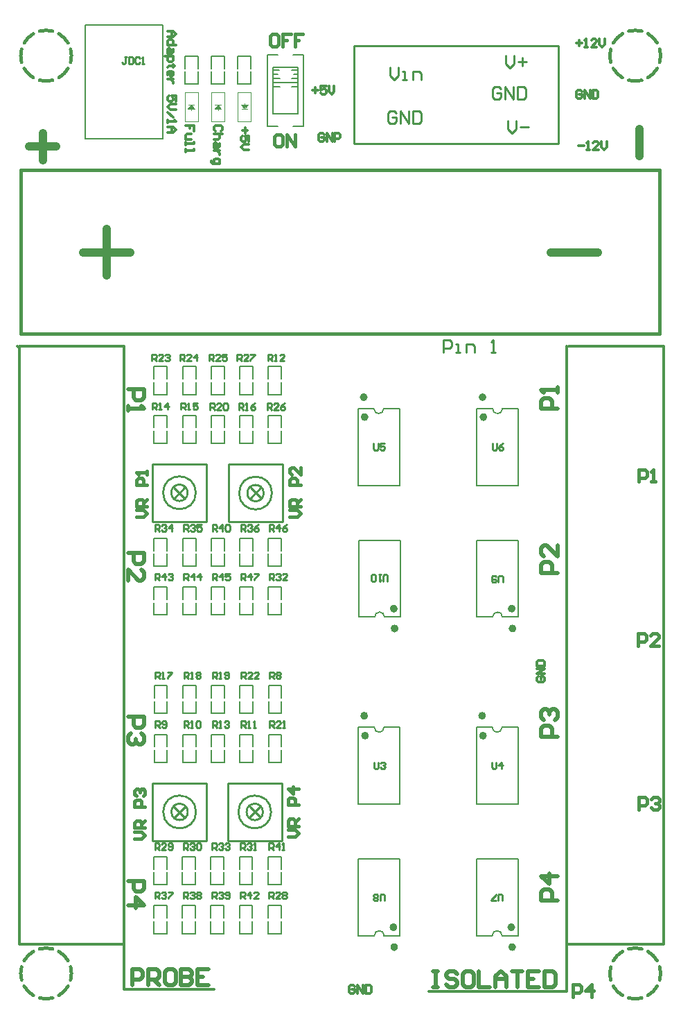
<source format=gto>
G04*
G04 #@! TF.GenerationSoftware,Altium Limited,Altium Designer,21.3.2 (30)*
G04*
G04 Layer_Color=65535*
%FSTAX24Y24*%
%MOIN*%
G70*
G04*
G04 #@! TF.SameCoordinates,D50E3B47-D74C-4BCA-B3C4-33FD4FEC1BCA*
G04*
G04*
G04 #@! TF.FilePolarity,Positive*
G04*
G01*
G75*
%ADD10C,0.0157*%
%ADD11C,0.0100*%
%ADD12C,0.0079*%
%ADD13C,0.0394*%
%ADD14C,0.0039*%
%ADD15C,0.0118*%
%ADD16C,0.0098*%
%ADD17C,0.0197*%
G36*
X021317Y049715D02*
X021159Y049912D01*
X021474D01*
X021317Y049715D01*
D02*
G37*
G36*
X020195D02*
X01988D01*
X020037Y049912D01*
X020195Y049715D01*
D02*
G37*
G36*
X018915D02*
X0186D01*
X018758Y049912D01*
X018915Y049715D01*
D02*
G37*
G36*
X032847Y035984D02*
X032886Y035945D01*
X032907Y035894D01*
Y035867D01*
Y03584D01*
X032886Y035789D01*
X032847Y03575D01*
X032797Y035729D01*
X032742D01*
X032691Y03575D01*
X032652Y035789D01*
X032631Y03584D01*
Y035867D01*
Y035894D01*
X032652Y035945D01*
X032691Y035984D01*
X032742Y036005D01*
X032797D01*
X032847Y035984D01*
D02*
G37*
G36*
X027134Y035984D02*
X027172Y035945D01*
X027193Y035894D01*
Y035867D01*
Y03584D01*
X027172Y035789D01*
X027134Y03575D01*
X027083Y035729D01*
X027028D01*
X026977Y03575D01*
X026939Y035789D01*
X026918Y03584D01*
Y035867D01*
Y035894D01*
X026939Y035945D01*
X026977Y035984D01*
X027028Y036005D01*
X027083D01*
X027134Y035984D01*
D02*
G37*
G36*
X032886Y03503D02*
X032925Y034991D01*
X032946Y034941D01*
Y034913D01*
Y034886D01*
X032925Y034835D01*
X032886Y034797D01*
X032835Y034776D01*
X03278D01*
X03273Y034797D01*
X032691Y034835D01*
X03267Y034886D01*
Y034913D01*
Y034941D01*
X032691Y034991D01*
X03273Y03503D01*
X03278Y035051D01*
X032835D01*
X032886Y03503D01*
D02*
G37*
G36*
X027172Y03503D02*
X027211Y034991D01*
X027232Y034941D01*
Y034913D01*
Y034886D01*
X027211Y034835D01*
X027172Y034797D01*
X027122Y034776D01*
X027067D01*
X027016Y034797D01*
X026977Y034835D01*
X026956Y034886D01*
Y034913D01*
Y034941D01*
X026977Y034991D01*
X027016Y03503D01*
X027067Y035051D01*
X027122D01*
X027172Y03503D01*
D02*
G37*
G36*
X034251Y025825D02*
X03429Y025787D01*
X034311Y025736D01*
Y025709D01*
Y025681D01*
X03429Y025631D01*
X034251Y025592D01*
X034201Y025571D01*
X034146D01*
X034095Y025592D01*
X034056Y025631D01*
X034035Y025681D01*
Y025709D01*
Y025736D01*
X034056Y025787D01*
X034095Y025825D01*
X034146Y025846D01*
X034201D01*
X034251Y025825D01*
D02*
G37*
G36*
X028577Y025825D02*
X028616Y025787D01*
X028637Y025736D01*
Y025709D01*
Y025681D01*
X028616Y025631D01*
X028577Y025592D01*
X028526Y025571D01*
X028471D01*
X028421Y025592D01*
X028382Y025631D01*
X028361Y025681D01*
Y025709D01*
Y025736D01*
X028382Y025787D01*
X028421Y025825D01*
X028471Y025846D01*
X028526D01*
X028577Y025825D01*
D02*
G37*
G36*
X03429Y024872D02*
X034329Y024833D01*
X03435Y024782D01*
Y024755D01*
Y024728D01*
X034329Y024677D01*
X03429Y024638D01*
X034239Y024617D01*
X034184D01*
X034134Y024638D01*
X034095Y024677D01*
X034074Y024728D01*
Y024755D01*
Y024782D01*
X034095Y024833D01*
X034134Y024872D01*
X034184Y024893D01*
X034239D01*
X03429Y024872D01*
D02*
G37*
G36*
X028615Y024872D02*
X028654Y024833D01*
X028675Y024782D01*
Y024755D01*
Y024728D01*
X028654Y024677D01*
X028615Y024638D01*
X028565Y024617D01*
X02851D01*
X028459Y024638D01*
X028421Y024677D01*
X0284Y024728D01*
Y024755D01*
Y024782D01*
X028421Y024833D01*
X028459Y024872D01*
X02851Y024893D01*
X028565D01*
X028615Y024872D01*
D02*
G37*
G36*
X032828Y020678D02*
X032867Y020639D01*
X032888Y020588D01*
Y020561D01*
Y020533D01*
X032867Y020483D01*
X032828Y020444D01*
X032778Y020423D01*
X032723D01*
X032672Y020444D01*
X032634Y020483D01*
X032613Y020533D01*
Y020561D01*
Y020588D01*
X032634Y020639D01*
X032672Y020678D01*
X032723Y020699D01*
X032778D01*
X032828Y020678D01*
D02*
G37*
G36*
X027154Y020678D02*
X027193Y020639D01*
X027214Y020588D01*
Y020561D01*
Y020533D01*
X027193Y020483D01*
X027154Y020444D01*
X027103Y020423D01*
X027049D01*
X026998Y020444D01*
X026959Y020483D01*
X026938Y020533D01*
Y020561D01*
Y020588D01*
X026959Y020639D01*
X026998Y020678D01*
X027049Y020699D01*
X027103D01*
X027154Y020678D01*
D02*
G37*
G36*
X032867Y019724D02*
X032906Y019685D01*
X032927Y019635D01*
Y019607D01*
Y01958D01*
X032906Y019529D01*
X032867Y01949D01*
X032816Y019469D01*
X032762D01*
X032711Y01949D01*
X032672Y019529D01*
X032651Y01958D01*
Y019607D01*
Y019635D01*
X032672Y019685D01*
X032711Y019724D01*
X032762Y019745D01*
X032816D01*
X032867Y019724D01*
D02*
G37*
G36*
X027193Y019724D02*
X027231Y019685D01*
X027252Y019635D01*
Y019607D01*
Y01958D01*
X027231Y019529D01*
X027193Y01949D01*
X027142Y019469D01*
X027087D01*
X027037Y01949D01*
X026998Y019529D01*
X026977Y01958D01*
Y019607D01*
Y019635D01*
X026998Y019685D01*
X027037Y019724D01*
X027087Y019745D01*
X027142D01*
X027193Y019724D01*
D02*
G37*
G36*
X034232Y010519D02*
X034271Y01048D01*
X034292Y01043D01*
Y010402D01*
Y010375D01*
X034271Y010324D01*
X034232Y010286D01*
X034182Y010265D01*
X034127D01*
X034076Y010286D01*
X034038Y010324D01*
X034017Y010375D01*
Y010402D01*
Y01043D01*
X034038Y01048D01*
X034076Y010519D01*
X034127Y01054D01*
X034182D01*
X034232Y010519D01*
D02*
G37*
G36*
X028558Y010519D02*
X028597Y01048D01*
X028618Y01043D01*
Y010402D01*
Y010375D01*
X028597Y010324D01*
X028558Y010286D01*
X028507Y010265D01*
X028453D01*
X028402Y010286D01*
X028363Y010324D01*
X028342Y010375D01*
Y010402D01*
Y01043D01*
X028363Y01048D01*
X028402Y010519D01*
X028453Y01054D01*
X028507D01*
X028558Y010519D01*
D02*
G37*
G36*
X034271Y009566D02*
X03431Y009527D01*
X034331Y009476D01*
Y009449D01*
Y009421D01*
X03431Y009371D01*
X034271Y009332D01*
X03422Y009311D01*
X034165D01*
X034115Y009332D01*
X034076Y009371D01*
X034055Y009421D01*
Y009449D01*
Y009476D01*
X034076Y009527D01*
X034115Y009566D01*
X034165Y009587D01*
X03422D01*
X034271Y009566D01*
D02*
G37*
G36*
X028597Y009566D02*
X028635Y009527D01*
X028656Y009476D01*
Y009449D01*
Y009421D01*
X028635Y009371D01*
X028597Y009332D01*
X028546Y009311D01*
X028491D01*
X02844Y009332D01*
X028402Y009371D01*
X028381Y009421D01*
Y009449D01*
Y009476D01*
X028402Y009527D01*
X02844Y009566D01*
X028491Y009587D01*
X028546D01*
X028597Y009566D01*
D02*
G37*
D10*
X040726Y007123D02*
G03*
X041173Y00757I-00061J001057D01*
G01*
X0398Y007001D02*
G03*
X040432Y007001I000316J001179D01*
G01*
X039059Y00757D02*
G03*
X039506Y007123I001057J00061D01*
G01*
X038937Y008496D02*
G03*
X038937Y007864I001179J-000316D01*
G01*
X039506Y009237D02*
G03*
X039059Y00879I00061J-001057D01*
G01*
X040432Y009359D02*
G03*
X0398Y009359I-000316J-001179D01*
G01*
X041173Y00879D02*
G03*
X040726Y009237I-001057J-00061D01*
G01*
X041295Y007864D02*
G03*
X041295Y008496I-001179J000316D01*
G01*
X01238Y007123D02*
G03*
X012827Y00757I-00061J001057D01*
G01*
X011454Y007001D02*
G03*
X012086Y007001I000316J001179D01*
G01*
X010713Y00757D02*
G03*
X011159Y007123I001057J00061D01*
G01*
X010591Y008496D02*
G03*
X010591Y007864I001179J-000316D01*
G01*
X011159Y009237D02*
G03*
X010713Y00879I00061J-001057D01*
G01*
X012086Y009359D02*
G03*
X011454Y009359I-000316J-001179D01*
G01*
X012827Y00879D02*
G03*
X01238Y009237I-001057J-00061D01*
G01*
X012949Y007864D02*
G03*
X012949Y008496I-001179J000316D01*
G01*
X040726Y051218D02*
G03*
X041173Y051664I-00061J001057D01*
G01*
X0398Y051096D02*
G03*
X040432Y051096I000316J001179D01*
G01*
X039059Y051664D02*
G03*
X039506Y051218I001057J00061D01*
G01*
X038937Y05259D02*
G03*
X038937Y051959I001179J-000316D01*
G01*
X039506Y053331D02*
G03*
X039059Y052885I00061J-001057D01*
G01*
X040432Y053453D02*
G03*
X0398Y053453I-000316J-001179D01*
G01*
X041173Y052885D02*
G03*
X040726Y053331I-001057J-00061D01*
G01*
X041295Y051959D02*
G03*
X041295Y05259I-001179J000316D01*
G01*
X01238Y051218D02*
G03*
X012827Y051664I-00061J001057D01*
G01*
X011454Y051096D02*
G03*
X012086Y051096I000316J001179D01*
G01*
X010713Y051664D02*
G03*
X011159Y051218I001057J00061D01*
G01*
X010591Y05259D02*
G03*
X010591Y051959I001179J-000316D01*
G01*
X011159Y053331D02*
G03*
X010713Y052885I00061J-001057D01*
G01*
X012086Y053453D02*
G03*
X011454Y053453I-000316J-001179D01*
G01*
X012827Y052885D02*
G03*
X01238Y053331I-001057J-00061D01*
G01*
X012949Y051959D02*
G03*
X012949Y05259I-001179J000316D01*
G01*
X010568Y046776D02*
X041293D01*
Y038901D02*
Y046776D01*
X010568Y038901D02*
X041293D01*
X010568D02*
Y046776D01*
X040254Y023928D02*
Y024518D01*
X040549D01*
X040648Y02442D01*
Y024223D01*
X040549Y024125D01*
X040254D01*
X041238Y023928D02*
X040844D01*
X041238Y024322D01*
Y02442D01*
X041139Y024518D01*
X040943D01*
X040844Y02442D01*
X040293Y016054D02*
Y016644D01*
X040588D01*
X040687Y016546D01*
Y016349D01*
X040588Y016251D01*
X040293D01*
X040884Y016546D02*
X040982Y016644D01*
X041179D01*
X041277Y016546D01*
Y016448D01*
X041179Y016349D01*
X04108D01*
X041179D01*
X041277Y016251D01*
Y016152D01*
X041179Y016054D01*
X040982D01*
X040884Y016152D01*
X01612Y030109D02*
X016461D01*
X016632Y03028D01*
X016461Y03045D01*
X01612D01*
X016632Y030621D02*
X01612D01*
Y030877D01*
X016206Y030962D01*
X016376D01*
X016461Y030877D01*
Y030621D01*
Y030791D02*
X016632Y030962D01*
Y031644D02*
X01612D01*
Y0319D01*
X016206Y031985D01*
X016376D01*
X016461Y0319D01*
Y031644D01*
X016632Y032156D02*
Y032326D01*
Y032241D01*
X01612D01*
X016206Y032156D01*
X016022Y014656D02*
X016363D01*
X016533Y014827D01*
X016363Y014997D01*
X016022D01*
X016533Y015168D02*
X016022D01*
Y015424D01*
X016107Y015509D01*
X016278D01*
X016363Y015424D01*
Y015168D01*
Y015339D02*
X016533Y015509D01*
Y016191D02*
X016022D01*
Y016447D01*
X016107Y016532D01*
X016278D01*
X016363Y016447D01*
Y016191D01*
X016107Y016703D02*
X016022Y016788D01*
Y016959D01*
X016107Y017044D01*
X016192D01*
X016278Y016959D01*
Y016874D01*
Y016959D01*
X016363Y017044D01*
X016448D01*
X016533Y016959D01*
Y016788D01*
X016448Y016703D01*
X023404Y014755D02*
X023745D01*
X023915Y014925D01*
X023745Y015096D01*
X023404D01*
X023915Y015266D02*
X023404D01*
Y015522D01*
X023489Y015608D01*
X02366D01*
X023745Y015522D01*
Y015266D01*
Y015437D02*
X023915Y015608D01*
Y01629D02*
X023404D01*
Y016546D01*
X023489Y016631D01*
X02366D01*
X023745Y016546D01*
Y01629D01*
X023915Y017057D02*
X023404D01*
X02366Y016801D01*
Y017142D01*
X023049Y048495D02*
X022852D01*
X022754Y048396D01*
Y048003D01*
X022852Y047904D01*
X023049D01*
X023148Y048003D01*
Y048396D01*
X023049Y048495D01*
X023344Y047904D02*
Y048495D01*
X023738Y047904D01*
Y048495D01*
X040293Y031802D02*
Y032392D01*
X040588D01*
X040687Y032294D01*
Y032097D01*
X040588Y031999D01*
X040293D01*
X040884Y031802D02*
X04108D01*
X040982D01*
Y032392D01*
X040884Y032294D01*
X022852Y053318D02*
X022655D01*
X022557Y053219D01*
Y052826D01*
X022655Y052727D01*
X022852D01*
X022951Y052826D01*
Y053219D01*
X022852Y053318D01*
X023541D02*
X023147D01*
Y053022D01*
X023344D01*
X023147D01*
Y052727D01*
X024131Y053318D02*
X023738D01*
Y053022D01*
X023935D01*
X023738D01*
Y052727D01*
X037124Y007058D02*
Y007648D01*
X037419D01*
X037518Y00755D01*
Y007353D01*
X037419Y007255D01*
X037124D01*
X03801Y007058D02*
Y007648D01*
X037714Y007353D01*
X038108D01*
X023502Y030109D02*
X023843D01*
X024014Y03028D01*
X023843Y03045D01*
X023502D01*
X024014Y030621D02*
X023502D01*
Y030877D01*
X023587Y030962D01*
X023758D01*
X023843Y030877D01*
Y030621D01*
Y030791D02*
X024014Y030962D01*
Y031644D02*
X023502D01*
Y0319D01*
X023587Y031985D01*
X023758D01*
X023843Y0319D01*
Y031644D01*
X024014Y032497D02*
Y032156D01*
X023673Y032497D01*
X023587D01*
X023502Y032412D01*
Y032241D01*
X023587Y032156D01*
D11*
X032888Y020561D02*
G03*
X032888Y020561I-000138J0D01*
G01*
X032946Y034913D02*
G03*
X032946Y034913I-000138J0D01*
G01*
X028618Y010402D02*
G03*
X028618Y010402I-000138J0D01*
G01*
X034331Y009449D02*
G03*
X034331Y009449I-000138J0D01*
G01*
X028656Y009449D02*
G03*
X028656Y009449I-000138J0D01*
G01*
X027214Y020561D02*
G03*
X027214Y020561I-000138J0D01*
G01*
X03435Y024755D02*
G03*
X03435Y024755I-000138J0D01*
G01*
X028675Y024755D02*
G03*
X028675Y024755I-000138J0D01*
G01*
X032907Y035867D02*
G03*
X032907Y035867I-000138J0D01*
G01*
X027193Y035867D02*
G03*
X027193Y035867I-000138J0D01*
G01*
X022597Y01594D02*
G03*
X022597Y01594I-000787J0D01*
G01*
X022203D02*
G03*
X022203Y01594I-000394J0D01*
G01*
X018587Y015941D02*
G03*
X018587Y015941I-000394J0D01*
G01*
X018981D02*
G03*
X018981Y015941I-000787J0D01*
G01*
X027252Y019607D02*
G03*
X027252Y019607I-000138J0D01*
G01*
X028637Y025709D02*
G03*
X028637Y025709I-000138J0D01*
G01*
X034292Y010402D02*
G03*
X034292Y010402I-000138J0D01*
G01*
X032927Y019607D02*
G03*
X032927Y019607I-000138J0D01*
G01*
X034311Y025709D02*
G03*
X034311Y025709I-000138J0D01*
G01*
X01858Y031274D02*
G03*
X01858Y031274I-000394J0D01*
G01*
X018973D02*
G03*
X018973Y031274I-000787J0D01*
G01*
X02224Y03126D02*
G03*
X02224Y03126I-000394J0D01*
G01*
X022634D02*
G03*
X022634Y03126I-000787J0D01*
G01*
X027232Y034913D02*
G03*
X027232Y034913I-000138J0D01*
G01*
X02051Y017318D02*
X023109D01*
X02051Y014562D02*
Y017318D01*
X023109Y014562D02*
Y017318D01*
X02051Y014562D02*
X023109D01*
X021573Y016196D02*
X022085Y015684D01*
X022065Y016215D02*
X022085D01*
X021534Y015664D02*
X022085Y016215D01*
X017918Y015666D02*
X018469Y016217D01*
X017918Y015666D02*
X017937D01*
X017918Y016197D02*
X01843Y015686D01*
X016894Y017319D02*
X019493D01*
X016894Y014563D02*
Y017319D01*
X019493Y014563D02*
Y017319D01*
X016894Y014563D02*
X019493D01*
X01791Y030998D02*
X018461Y03155D01*
X01791Y030998D02*
X01793D01*
X01791Y03153D02*
X018422Y031018D01*
X016887Y032652D02*
X019485D01*
X016887Y029896D02*
Y032652D01*
X019485Y029896D02*
Y032652D01*
X016887Y029896D02*
X019485D01*
X021571Y030985D02*
X022122Y031536D01*
X022102D02*
X022122D01*
X02161Y031516D02*
X022122Y031005D01*
X020547Y029883D02*
X023146D01*
Y032638D01*
X020547Y029883D02*
Y032638D01*
X023146D01*
X030894Y038034D02*
Y038633D01*
X031194D01*
X031294Y038533D01*
Y038334D01*
X031194Y038234D01*
X030894D01*
X031494Y038034D02*
X031693D01*
X031593D01*
Y038434D01*
X031494D01*
X031993Y038034D02*
Y038434D01*
X032293D01*
X032393Y038334D01*
Y038034D01*
X033193D02*
X033393D01*
X033293D01*
Y038633D01*
X033193Y038533D01*
X033668Y050689D02*
X033568Y050789D01*
X033368D01*
X033268Y050689D01*
Y050289D01*
X033368Y050189D01*
X033568D01*
X033668Y050289D01*
Y050489D01*
X033468D01*
X033868Y050189D02*
Y050789D01*
X034267Y050189D01*
Y050789D01*
X034467D02*
Y050189D01*
X034767D01*
X034867Y050289D01*
Y050689D01*
X034767Y050789D01*
X034467D01*
X033976Y049136D02*
Y048736D01*
X034176Y048536D01*
X034376Y048736D01*
Y049136D01*
X034576Y048836D02*
X034976D01*
X033898Y052285D02*
Y051885D01*
X034098Y051686D01*
X034298Y051885D01*
Y052285D01*
X034497Y051985D02*
X034897D01*
X034697Y052185D02*
Y051785D01*
X028628Y049508D02*
X028528Y049608D01*
X028328D01*
X028228Y049508D01*
Y049108D01*
X028328Y049008D01*
X028528D01*
X028628Y049108D01*
Y049308D01*
X028428D01*
X028828Y049008D02*
Y049608D01*
X029228Y049008D01*
Y049608D01*
X029428D02*
Y049008D01*
X029728D01*
X029828Y049108D01*
Y049508D01*
X029728Y049608D01*
X029428D01*
X028307Y051734D02*
Y051334D01*
X028507Y051134D01*
X028707Y051334D01*
Y051734D01*
X028907Y051134D02*
X029107D01*
X029007D01*
Y051534D01*
X028907D01*
X029407Y051134D02*
Y051534D01*
X029707D01*
X029807Y051434D01*
Y051134D01*
X02116Y02235D02*
Y022665D01*
X021317D01*
X02137Y022612D01*
Y022507D01*
X021317Y022455D01*
X02116D01*
X021265D02*
X02137Y02235D01*
X021685D02*
X021475D01*
X021685Y02256D01*
Y022612D01*
X021632Y022665D01*
X021527D01*
X021475Y022612D01*
X022Y02235D02*
X02179D01*
X022Y02256D01*
Y022612D01*
X021947Y022665D01*
X021842D01*
X02179Y022612D01*
X02253Y02D02*
Y020315D01*
X022687D01*
X02274Y020262D01*
Y020157D01*
X022687Y020105D01*
X02253D01*
X022635D02*
X02274Y02D01*
X023055D02*
X022845D01*
X023055Y02021D01*
Y020262D01*
X023002Y020315D01*
X022897D01*
X022845Y020262D01*
X02316Y02D02*
X023265D01*
X023212D01*
Y020315D01*
X02316Y020262D01*
X01978Y02235D02*
Y022665D01*
X019937D01*
X01999Y022612D01*
Y022507D01*
X019937Y022455D01*
X01978D01*
X019885D02*
X01999Y02235D01*
X020095D02*
X0202D01*
X020147D01*
Y022665D01*
X020095Y022612D01*
X020357Y022402D02*
X02041Y02235D01*
X020515D01*
X020567Y022402D01*
Y022612D01*
X020515Y022665D01*
X02041D01*
X020357Y022612D01*
Y02256D01*
X02041Y022507D01*
X020567D01*
X01841Y02235D02*
Y022665D01*
X018567D01*
X01862Y022612D01*
Y022507D01*
X018567Y022455D01*
X01841D01*
X018515D02*
X01862Y02235D01*
X018725D02*
X01883D01*
X018777D01*
Y022665D01*
X018725Y022612D01*
X018987D02*
X01904Y022665D01*
X019145D01*
X019197Y022612D01*
Y02256D01*
X019145Y022507D01*
X019197Y022455D01*
Y022402D01*
X019145Y02235D01*
X01904D01*
X018987Y022402D01*
Y022455D01*
X01904Y022507D01*
X018987Y02256D01*
Y022612D01*
X01904Y022507D02*
X019145D01*
X01703Y02235D02*
Y022665D01*
X017187D01*
X01724Y022612D01*
Y022507D01*
X017187Y022455D01*
X01703D01*
X017135D02*
X01724Y02235D01*
X017345D02*
X01745D01*
X017397D01*
Y022665D01*
X017345Y022612D01*
X017607Y022665D02*
X017817D01*
Y022612D01*
X017607Y022402D01*
Y02235D01*
X01978Y02D02*
Y020315D01*
X019937D01*
X01999Y020262D01*
Y020157D01*
X019937Y020105D01*
X01978D01*
X019885D02*
X01999Y02D01*
X020095D02*
X0202D01*
X020147D01*
Y020315D01*
X020095Y020262D01*
X020357D02*
X02041Y020315D01*
X020515D01*
X020567Y020262D01*
Y02021D01*
X020515Y020157D01*
X020462D01*
X020515D01*
X020567Y020105D01*
Y020052D01*
X020515Y02D01*
X02041D01*
X020357Y020052D01*
X02116Y02D02*
Y020315D01*
X021317D01*
X02137Y020262D01*
Y020157D01*
X021317Y020105D01*
X02116D01*
X021265D02*
X02137Y02D01*
X021475D02*
X02158D01*
X021527D01*
Y020315D01*
X021475Y020262D01*
X021737Y02D02*
X021842D01*
X02179D01*
Y020315D01*
X021737Y020262D01*
X01841Y02D02*
Y020315D01*
X018567D01*
X01862Y020262D01*
Y020157D01*
X018567Y020105D01*
X01841D01*
X018515D02*
X01862Y02D01*
X018725D02*
X01883D01*
X018777D01*
Y020315D01*
X018725Y020262D01*
X018987D02*
X01904Y020315D01*
X019145D01*
X019197Y020262D01*
Y020052D01*
X019145Y02D01*
X01904D01*
X018987Y020052D01*
Y020262D01*
X01703Y02D02*
Y020315D01*
X017187D01*
X01724Y020262D01*
Y020157D01*
X017187Y020105D01*
X01703D01*
X017135D02*
X01724Y02D01*
X017345Y020052D02*
X017397Y02D01*
X017502D01*
X017555Y020052D01*
Y020262D01*
X017502Y020315D01*
X017397D01*
X017345Y020262D01*
Y02021D01*
X017397Y020157D01*
X017555D01*
X02253Y02235D02*
Y022665D01*
X022687D01*
X02274Y022612D01*
Y022507D01*
X022687Y022455D01*
X02253D01*
X022635D02*
X02274Y02235D01*
X022845Y022612D02*
X022897Y022665D01*
X023002D01*
X023055Y022612D01*
Y02256D01*
X023002Y022507D01*
X023055Y022455D01*
Y022402D01*
X023002Y02235D01*
X022897D01*
X022845Y022402D01*
Y022455D01*
X022897Y022507D01*
X022845Y02256D01*
Y022612D01*
X022897Y022507D02*
X023002D01*
X015643Y052207D02*
X015538D01*
X015591D01*
Y051945D01*
X015538Y051892D01*
X015486D01*
X015433Y051945D01*
X015748Y052207D02*
Y051892D01*
X015906D01*
X015958Y051945D01*
Y052155D01*
X015906Y052207D01*
X015748D01*
X016273Y052155D02*
X016221Y052207D01*
X016116D01*
X016063Y052155D01*
Y051945D01*
X016116Y051892D01*
X016221D01*
X016273Y051945D01*
X016378Y051892D02*
X016483D01*
X016431D01*
Y052207D01*
X016378Y052155D01*
X02805Y011676D02*
Y011938D01*
X027998Y011991D01*
X027893D01*
X02784Y011938D01*
Y011676D01*
X027735Y011729D02*
X027683Y011676D01*
X027578D01*
X027525Y011729D01*
Y011781D01*
X027578Y011834D01*
X027525Y011886D01*
Y011938D01*
X027578Y011991D01*
X027683D01*
X027735Y011938D01*
Y011886D01*
X027683Y011834D01*
X027735Y011781D01*
Y011729D01*
X027683Y011834D02*
X027578D01*
X033719Y011676D02*
Y011939D01*
X033667Y011991D01*
X033562D01*
X033509Y011939D01*
Y011676D01*
X033404D02*
X033194D01*
Y011729D01*
X033404Y011939D01*
Y011991D01*
X033219Y018333D02*
Y018071D01*
X033271Y018019D01*
X033376D01*
X033429Y018071D01*
Y018333D01*
X033691Y018019D02*
Y018333D01*
X033534Y018176D01*
X033743D01*
X02755Y018333D02*
Y018071D01*
X027602Y018019D01*
X027707D01*
X02776Y018071D01*
Y018333D01*
X027865Y018281D02*
X027917Y018333D01*
X028022D01*
X028075Y018281D01*
Y018229D01*
X028022Y018176D01*
X02797D01*
X028022D01*
X028075Y018124D01*
Y018071D01*
X028022Y018019D01*
X027917D01*
X027865Y018071D01*
X02113Y01178D02*
Y012095D01*
X021287D01*
X02134Y012042D01*
Y011937D01*
X021287Y011885D01*
X02113D01*
X021235D02*
X02134Y01178D01*
X021602D02*
Y012095D01*
X021445Y011937D01*
X021655D01*
X02197Y01178D02*
X02176D01*
X02197Y01199D01*
Y012042D01*
X021917Y012095D01*
X021812D01*
X02176Y012042D01*
X0225Y01412D02*
Y014435D01*
X022657D01*
X02271Y014382D01*
Y014277D01*
X022657Y014225D01*
X0225D01*
X022605D02*
X02271Y01412D01*
X022972D02*
Y014435D01*
X022815Y014277D01*
X023025D01*
X02313Y01412D02*
X023235D01*
X023182D01*
Y014435D01*
X02313Y014382D01*
X01976Y01178D02*
Y012095D01*
X019917D01*
X01997Y012042D01*
Y011937D01*
X019917Y011885D01*
X01976D01*
X019865D02*
X01997Y01178D01*
X020075Y012042D02*
X020127Y012095D01*
X020232D01*
X020285Y012042D01*
Y01199D01*
X020232Y011937D01*
X02018D01*
X020232D01*
X020285Y011885D01*
Y011832D01*
X020232Y01178D01*
X020127D01*
X020075Y011832D01*
X02039D02*
X020442Y01178D01*
X020547D01*
X0206Y011832D01*
Y012042D01*
X020547Y012095D01*
X020442D01*
X02039Y012042D01*
Y01199D01*
X020442Y011937D01*
X0206D01*
X01838Y01178D02*
Y012095D01*
X018537D01*
X01859Y012042D01*
Y011937D01*
X018537Y011885D01*
X01838D01*
X018485D02*
X01859Y01178D01*
X018695Y012042D02*
X018747Y012095D01*
X018852D01*
X018905Y012042D01*
Y01199D01*
X018852Y011937D01*
X0188D01*
X018852D01*
X018905Y011885D01*
Y011832D01*
X018852Y01178D01*
X018747D01*
X018695Y011832D01*
X01901Y012042D02*
X019062Y012095D01*
X019167D01*
X01922Y012042D01*
Y01199D01*
X019167Y011937D01*
X01922Y011885D01*
Y011832D01*
X019167Y01178D01*
X019062D01*
X01901Y011832D01*
Y011885D01*
X019062Y011937D01*
X01901Y01199D01*
Y012042D01*
X019062Y011937D02*
X019167D01*
X01701Y01178D02*
Y012095D01*
X017167D01*
X01722Y012042D01*
Y011937D01*
X017167Y011885D01*
X01701D01*
X017115D02*
X01722Y01178D01*
X017325Y012042D02*
X017377Y012095D01*
X017482D01*
X017535Y012042D01*
Y01199D01*
X017482Y011937D01*
X01743D01*
X017482D01*
X017535Y011885D01*
Y011832D01*
X017482Y01178D01*
X017377D01*
X017325Y011832D01*
X01764Y012095D02*
X01785D01*
Y012042D01*
X01764Y011832D01*
Y01178D01*
X01976Y01412D02*
Y014435D01*
X019917D01*
X01997Y014382D01*
Y014277D01*
X019917Y014225D01*
X01976D01*
X019865D02*
X01997Y01412D01*
X020075Y014382D02*
X020127Y014435D01*
X020232D01*
X020285Y014382D01*
Y01433D01*
X020232Y014277D01*
X02018D01*
X020232D01*
X020285Y014225D01*
Y014172D01*
X020232Y01412D01*
X020127D01*
X020075Y014172D01*
X02039Y014382D02*
X020442Y014435D01*
X020547D01*
X0206Y014382D01*
Y01433D01*
X020547Y014277D01*
X020495D01*
X020547D01*
X0206Y014225D01*
Y014172D01*
X020547Y01412D01*
X020442D01*
X02039Y014172D01*
X02113Y01412D02*
Y014435D01*
X021287D01*
X02134Y014382D01*
Y014277D01*
X021287Y014225D01*
X02113D01*
X021235D02*
X02134Y01412D01*
X021445Y014382D02*
X021497Y014435D01*
X021602D01*
X021655Y014382D01*
Y01433D01*
X021602Y014277D01*
X02155D01*
X021602D01*
X021655Y014225D01*
Y014172D01*
X021602Y01412D01*
X021497D01*
X021445Y014172D01*
X02176Y01412D02*
X021865D01*
X021812D01*
Y014435D01*
X02176Y014382D01*
X01838Y01412D02*
Y014435D01*
X018537D01*
X01859Y014382D01*
Y014277D01*
X018537Y014225D01*
X01838D01*
X018485D02*
X01859Y01412D01*
X018695Y014382D02*
X018747Y014435D01*
X018852D01*
X018905Y014382D01*
Y01433D01*
X018852Y014277D01*
X0188D01*
X018852D01*
X018905Y014225D01*
Y014172D01*
X018852Y01412D01*
X018747D01*
X018695Y014172D01*
X01901Y014382D02*
X019062Y014435D01*
X019167D01*
X01922Y014382D01*
Y014172D01*
X019167Y01412D01*
X019062D01*
X01901Y014172D01*
Y014382D01*
X01701Y01412D02*
Y014435D01*
X017167D01*
X01722Y014382D01*
Y014277D01*
X017167Y014225D01*
X01701D01*
X017115D02*
X01722Y01412D01*
X017535D02*
X017325D01*
X017535Y01433D01*
Y014382D01*
X017482Y014435D01*
X017377D01*
X017325Y014382D01*
X01764Y014172D02*
X017692Y01412D01*
X017797D01*
X01785Y014172D01*
Y014382D01*
X017797Y014435D01*
X017692D01*
X01764Y014382D01*
Y01433D01*
X017692Y014277D01*
X01785D01*
X0225Y01178D02*
Y012095D01*
X022657D01*
X02271Y012042D01*
Y011937D01*
X022657Y011885D01*
X0225D01*
X022605D02*
X02271Y01178D01*
X023025D02*
X022815D01*
X023025Y01199D01*
Y012042D01*
X022972Y012095D01*
X022867D01*
X022815Y012042D01*
X02313D02*
X023182Y012095D01*
X023287D01*
X02334Y012042D01*
Y01199D01*
X023287Y011937D01*
X02334Y011885D01*
Y011832D01*
X023287Y01178D01*
X023182D01*
X02313Y011832D01*
Y011885D01*
X023182Y011937D01*
X02313Y01199D01*
Y012042D01*
X023182Y011937D02*
X023287D01*
X0282Y027023D02*
Y027285D01*
X028148Y027338D01*
X028043D01*
X02799Y027285D01*
Y027023D01*
X027885Y027338D02*
X02778D01*
X027833D01*
Y027023D01*
X027885Y027075D01*
X027623D02*
X027571Y027023D01*
X027466D01*
X027413Y027075D01*
Y027285D01*
X027466Y027338D01*
X027571D01*
X027623Y027285D01*
Y027075D01*
X033738Y026973D02*
Y027235D01*
X033686Y027288D01*
X033581D01*
X033528Y027235D01*
Y026973D01*
X033423Y027235D02*
X033371Y027288D01*
X033266D01*
X033213Y027235D01*
Y027025D01*
X033266Y026973D01*
X033371D01*
X033423Y027025D01*
Y027078D01*
X033371Y02713D01*
X033213D01*
X033238Y033638D02*
Y033376D01*
X03329Y033323D01*
X033395D01*
X033448Y033376D01*
Y033638D01*
X033762D02*
X033657Y033586D01*
X033552Y033481D01*
Y033376D01*
X033605Y033323D01*
X03371D01*
X033762Y033376D01*
Y033428D01*
X03371Y033481D01*
X033552D01*
X027529Y033638D02*
Y033376D01*
X027582Y033323D01*
X027687D01*
X027739Y033376D01*
Y033638D01*
X028054D02*
X027844D01*
Y033481D01*
X027949Y033533D01*
X028002D01*
X028054Y033481D01*
Y033376D01*
X028002Y033323D01*
X027897D01*
X027844Y033376D01*
X02115Y02708D02*
Y027395D01*
X021307D01*
X02136Y027342D01*
Y027237D01*
X021307Y027185D01*
X02115D01*
X021255D02*
X02136Y02708D01*
X021622D02*
Y027395D01*
X021465Y027237D01*
X021675D01*
X02178Y027395D02*
X02199D01*
Y027342D01*
X02178Y027132D01*
Y02708D01*
X02252Y02943D02*
Y029745D01*
X022677D01*
X02273Y029692D01*
Y029587D01*
X022677Y029535D01*
X02252D01*
X022625D02*
X02273Y02943D01*
X022992D02*
Y029745D01*
X022835Y029587D01*
X023045D01*
X02336Y029745D02*
X023255Y029692D01*
X02315Y029587D01*
Y029482D01*
X023202Y02943D01*
X023307D01*
X02336Y029482D01*
Y029535D01*
X023307Y029587D01*
X02315D01*
X01977Y02708D02*
Y027395D01*
X019927D01*
X01998Y027342D01*
Y027237D01*
X019927Y027185D01*
X01977D01*
X019875D02*
X01998Y02708D01*
X020242D02*
Y027395D01*
X020085Y027237D01*
X020295D01*
X02061Y027395D02*
X0204D01*
Y027237D01*
X020505Y02729D01*
X020557D01*
X02061Y027237D01*
Y027132D01*
X020557Y02708D01*
X020452D01*
X0204Y027132D01*
X0184Y02708D02*
Y027395D01*
X018557D01*
X01861Y027342D01*
Y027237D01*
X018557Y027185D01*
X0184D01*
X018505D02*
X01861Y02708D01*
X018872D02*
Y027395D01*
X018715Y027237D01*
X018925D01*
X019187Y02708D02*
Y027395D01*
X01903Y027237D01*
X01924D01*
X01702Y02708D02*
Y027395D01*
X017177D01*
X01723Y027342D01*
Y027237D01*
X017177Y027185D01*
X01702D01*
X017125D02*
X01723Y02708D01*
X017492D02*
Y027395D01*
X017335Y027237D01*
X017545D01*
X01765Y027342D02*
X017702Y027395D01*
X017807D01*
X01786Y027342D01*
Y02729D01*
X017807Y027237D01*
X017755D01*
X017807D01*
X01786Y027185D01*
Y027132D01*
X017807Y02708D01*
X017702D01*
X01765Y027132D01*
X01977Y02943D02*
Y029745D01*
X019927D01*
X01998Y029692D01*
Y029587D01*
X019927Y029535D01*
X01977D01*
X019875D02*
X01998Y02943D01*
X020242D02*
Y029745D01*
X020085Y029587D01*
X020295D01*
X0204Y029692D02*
X020452Y029745D01*
X020557D01*
X02061Y029692D01*
Y029482D01*
X020557Y02943D01*
X020452D01*
X0204Y029482D01*
Y029692D01*
X02115Y02943D02*
Y029745D01*
X021307D01*
X02136Y029692D01*
Y029587D01*
X021307Y029535D01*
X02115D01*
X021255D02*
X02136Y02943D01*
X021465Y029692D02*
X021517Y029745D01*
X021622D01*
X021675Y029692D01*
Y02964D01*
X021622Y029587D01*
X02157D01*
X021622D01*
X021675Y029535D01*
Y029482D01*
X021622Y02943D01*
X021517D01*
X021465Y029482D01*
X02199Y029745D02*
X021885Y029692D01*
X02178Y029587D01*
Y029482D01*
X021832Y02943D01*
X021937D01*
X02199Y029482D01*
Y029535D01*
X021937Y029587D01*
X02178D01*
X0184Y02943D02*
Y029745D01*
X018557D01*
X01861Y029692D01*
Y029587D01*
X018557Y029535D01*
X0184D01*
X018505D02*
X01861Y02943D01*
X018715Y029692D02*
X018767Y029745D01*
X018872D01*
X018925Y029692D01*
Y02964D01*
X018872Y029587D01*
X01882D01*
X018872D01*
X018925Y029535D01*
Y029482D01*
X018872Y02943D01*
X018767D01*
X018715Y029482D01*
X01924Y029745D02*
X01903D01*
Y029587D01*
X019135Y02964D01*
X019187D01*
X01924Y029587D01*
Y029482D01*
X019187Y02943D01*
X019082D01*
X01903Y029482D01*
X01702Y02943D02*
Y029745D01*
X017177D01*
X01723Y029692D01*
Y029587D01*
X017177Y029535D01*
X01702D01*
X017125D02*
X01723Y02943D01*
X017335Y029692D02*
X017387Y029745D01*
X017492D01*
X017545Y029692D01*
Y02964D01*
X017492Y029587D01*
X01744D01*
X017492D01*
X017545Y029535D01*
Y029482D01*
X017492Y02943D01*
X017387D01*
X017335Y029482D01*
X017807Y02943D02*
Y029745D01*
X01765Y029587D01*
X01786D01*
X02252Y02708D02*
Y027395D01*
X022677D01*
X02273Y027342D01*
Y027237D01*
X022677Y027185D01*
X02252D01*
X022625D02*
X02273Y02708D01*
X022835Y027342D02*
X022887Y027395D01*
X022992D01*
X023045Y027342D01*
Y02729D01*
X022992Y027237D01*
X02294D01*
X022992D01*
X023045Y027185D01*
Y027132D01*
X022992Y02708D01*
X022887D01*
X022835Y027132D01*
X02336Y02708D02*
X02315D01*
X02336Y02729D01*
Y027342D01*
X023307Y027395D01*
X023202D01*
X02315Y027342D01*
X020966Y037617D02*
Y037931D01*
X021123D01*
X021176Y037879D01*
Y037774D01*
X021123Y037722D01*
X020966D01*
X021071D02*
X021176Y037617D01*
X021491D02*
X021281D01*
X021491Y037826D01*
Y037879D01*
X021438Y037931D01*
X021333D01*
X021281Y037879D01*
X021596Y037931D02*
X021806D01*
Y037879D01*
X021596Y037669D01*
Y037617D01*
X022416Y035267D02*
Y035581D01*
X022573D01*
X022626Y035529D01*
Y035424D01*
X022573Y035372D01*
X022416D01*
X022521D02*
X022626Y035267D01*
X022941D02*
X022731D01*
X022941Y035476D01*
Y035529D01*
X022888Y035581D01*
X022783D01*
X022731Y035529D01*
X023256Y035581D02*
X023151Y035529D01*
X023046Y035424D01*
Y035319D01*
X023098Y035267D01*
X023203D01*
X023256Y035319D01*
Y035372D01*
X023203Y035424D01*
X023046D01*
X019616Y037617D02*
Y037931D01*
X019773D01*
X019826Y037879D01*
Y037774D01*
X019773Y037722D01*
X019616D01*
X019721D02*
X019826Y037617D01*
X020141D02*
X019931D01*
X020141Y037826D01*
Y037879D01*
X020088Y037931D01*
X019983D01*
X019931Y037879D01*
X020456Y037931D02*
X020246D01*
Y037774D01*
X020351Y037826D01*
X020403D01*
X020456Y037774D01*
Y037669D01*
X020403Y037617D01*
X020298D01*
X020246Y037669D01*
X018216Y037617D02*
Y037931D01*
X018373D01*
X018426Y037879D01*
Y037774D01*
X018373Y037722D01*
X018216D01*
X018321D02*
X018426Y037617D01*
X018741D02*
X018531D01*
X018741Y037826D01*
Y037879D01*
X018688Y037931D01*
X018583D01*
X018531Y037879D01*
X019003Y037617D02*
Y037931D01*
X018846Y037774D01*
X019056D01*
X016866Y037612D02*
Y037927D01*
X017023D01*
X017076Y037875D01*
Y03777D01*
X017023Y037717D01*
X016866D01*
X016971D02*
X017076Y037612D01*
X017391D02*
X017181D01*
X017391Y037822D01*
Y037875D01*
X017338Y037927D01*
X017233D01*
X017181Y037875D01*
X017496D02*
X017548Y037927D01*
X017653D01*
X017706Y037875D01*
Y037822D01*
X017653Y03777D01*
X017601D01*
X017653D01*
X017706Y037717D01*
Y037665D01*
X017653Y037612D01*
X017548D01*
X017496Y037665D01*
X019666Y035267D02*
Y035581D01*
X019823D01*
X019876Y035529D01*
Y035424D01*
X019823Y035372D01*
X019666D01*
X019771D02*
X019876Y035267D01*
X020191D02*
X019981D01*
X020191Y035476D01*
Y035529D01*
X020138Y035581D01*
X020033D01*
X019981Y035529D01*
X020296D02*
X020348Y035581D01*
X020453D01*
X020506Y035529D01*
Y035319D01*
X020453Y035267D01*
X020348D01*
X020296Y035319D01*
Y035529D01*
X021042Y035267D02*
Y035581D01*
X0212D01*
X021252Y035529D01*
Y035424D01*
X0212Y035372D01*
X021042D01*
X021147D02*
X021252Y035267D01*
X021357D02*
X021462D01*
X02141D01*
Y035581D01*
X021357Y035529D01*
X021829Y035581D02*
X021724Y035529D01*
X02162Y035424D01*
Y035319D01*
X021672Y035267D01*
X021777D01*
X021829Y035319D01*
Y035372D01*
X021777Y035424D01*
X02162D01*
X01826Y035268D02*
Y035583D01*
X018417D01*
X01847Y035531D01*
Y035426D01*
X018417Y035373D01*
X01826D01*
X018365D02*
X01847Y035268D01*
X018575D02*
X01868D01*
X018627D01*
Y035583D01*
X018575Y035531D01*
X019047Y035583D02*
X018837D01*
Y035426D01*
X018942Y035478D01*
X018995D01*
X019047Y035426D01*
Y035321D01*
X018995Y035268D01*
X01889D01*
X018837Y035321D01*
X016885Y035268D02*
Y035583D01*
X017043D01*
X017095Y035531D01*
Y035426D01*
X017043Y035373D01*
X016885D01*
X01699D02*
X017095Y035268D01*
X0172D02*
X017305D01*
X017253D01*
Y035583D01*
X0172Y035531D01*
X01762Y035268D02*
Y035583D01*
X017462Y035426D01*
X017672D01*
X022442Y037617D02*
Y037931D01*
X0226D01*
X022652Y037879D01*
Y037774D01*
X0226Y037722D01*
X022442D01*
X022547D02*
X022652Y037617D01*
X022757D02*
X022862D01*
X02281D01*
Y037931D01*
X022757Y037879D01*
X023229Y037617D02*
X023019D01*
X023229Y037826D01*
Y037879D01*
X023177Y037931D01*
X023072D01*
X023019Y037879D01*
D12*
X033254Y035317D02*
G03*
X033727Y035317I000236J0D01*
G01*
X028033Y009999D02*
G03*
X027561Y009999I-000236J0D01*
G01*
Y02001D02*
G03*
X028033Y02001I000236J0D01*
G01*
X028052Y025306D02*
G03*
X02758Y025306I-000236J0D01*
G01*
X033708Y009999D02*
G03*
X033235Y009999I-000236J0D01*
G01*
Y02001D02*
G03*
X033708Y02001I000236J0D01*
G01*
X033727Y025306D02*
G03*
X033254Y025306I-000236J0D01*
G01*
X027541Y035317D02*
G03*
X028013Y035317I000236J0D01*
G01*
X018443Y050916D02*
X019073D01*
Y051507D01*
X018443Y050916D02*
Y051507D01*
Y051664D02*
Y052255D01*
X019073Y051664D02*
Y052255D01*
X018443D02*
X019073D01*
X019722Y050916D02*
X020352D01*
Y051507D01*
X019722Y050916D02*
Y051507D01*
Y051664D02*
Y052255D01*
X020352Y051664D02*
Y052255D01*
X019722D02*
X020352D01*
X032491Y035317D02*
X033254D01*
X033727Y035317D02*
X034491D01*
X032491Y031632D02*
X034491D01*
Y035317D01*
X032491Y031632D02*
Y035317D01*
X028033Y009999D02*
X028797D01*
X026797Y009999D02*
X027561D01*
X026797Y013684D02*
X028797D01*
X026797Y009999D02*
Y013684D01*
X028797Y009999D02*
Y013684D01*
X026797Y016326D02*
Y02001D01*
X028797Y016326D02*
Y02001D01*
X026797Y016326D02*
X028797D01*
X028033Y02001D02*
X028797D01*
X026797Y02001D02*
X027561D01*
X028816Y025306D02*
Y02899D01*
X026816Y025306D02*
Y02899D01*
X028816D01*
X026816Y025306D02*
X02758D01*
X028052Y025306D02*
X028816D01*
X034472Y009999D02*
Y013684D01*
X032472Y009999D02*
Y013684D01*
X034472D01*
X032472Y009999D02*
X033235D01*
X033708Y009999D02*
X034472D01*
X032472Y016326D02*
Y02001D01*
X034472Y016326D02*
Y02001D01*
X032472Y016326D02*
X034472D01*
X033708Y02001D02*
X034472D01*
X032472Y02001D02*
X033235D01*
X033727Y025306D02*
X034491D01*
X032491Y025306D02*
X033254D01*
X032491Y02899D02*
X034491D01*
X032491Y025306D02*
Y02899D01*
X034491Y025306D02*
Y02899D01*
X026777Y035317D02*
X027541D01*
X028013Y035317D02*
X028777D01*
X026777Y031632D02*
X028777D01*
Y035317D01*
X026777Y031632D02*
Y035317D01*
X016964Y026745D02*
X017594D01*
X016964Y026154D02*
Y026745D01*
X017594Y026154D02*
Y026745D01*
Y025406D02*
Y025997D01*
X016964Y025406D02*
Y025997D01*
Y025406D02*
X017594D01*
X016964Y029089D02*
X017594D01*
X016964Y028498D02*
Y029089D01*
X017594Y028498D02*
Y029089D01*
Y02775D02*
Y028341D01*
X016964Y02775D02*
Y028341D01*
Y02775D02*
X017594D01*
X018339D02*
X018969D01*
Y028341D01*
X018339Y02775D02*
Y028341D01*
Y028498D02*
Y029089D01*
X018969Y028498D02*
Y029089D01*
X018339D02*
X018969D01*
X018339Y025406D02*
X018969D01*
Y025997D01*
X018339Y025406D02*
Y025997D01*
Y026154D02*
Y026745D01*
X018969Y026154D02*
Y026745D01*
X018339D02*
X018969D01*
X018339Y033656D02*
X018969D01*
X018339D02*
Y034247D01*
X018969Y033656D02*
Y034247D01*
Y034404D02*
Y034995D01*
X018339Y034404D02*
Y034995D01*
X018969D01*
X019713Y026745D02*
X020343D01*
X019713Y026154D02*
Y026745D01*
X020343Y026154D02*
Y026745D01*
Y025406D02*
Y025997D01*
X019713Y025406D02*
Y025997D01*
Y025406D02*
X020343D01*
X019713Y02775D02*
X020343D01*
Y028341D01*
X019713Y02775D02*
Y028341D01*
Y028498D02*
Y029089D01*
X020343Y028498D02*
Y029089D01*
X019713D02*
X020343D01*
X021088Y025406D02*
X021718D01*
Y025997D01*
X021088Y025406D02*
Y025997D01*
Y026154D02*
Y026745D01*
X021718Y026154D02*
Y026745D01*
X021088D02*
X021718D01*
X021088Y02775D02*
X021718D01*
Y028341D01*
X021088Y02775D02*
Y028341D01*
Y028498D02*
Y029089D01*
X021718Y028498D02*
Y029089D01*
X021088D02*
X021718D01*
X021069Y011439D02*
X021699D01*
Y010848D02*
Y011439D01*
X021069Y010848D02*
Y011439D01*
Y0101D02*
Y010691D01*
X021699Y0101D02*
Y010691D01*
X021069Y0101D02*
X021699D01*
X022444D02*
X023074D01*
Y010691D01*
X022444Y0101D02*
Y010691D01*
Y010848D02*
Y011439D01*
X023074Y010848D02*
Y011439D01*
X022444D02*
X023074D01*
X022444Y012444D02*
X023074D01*
Y013035D01*
X022444Y012444D02*
Y013035D01*
Y013192D02*
Y013783D01*
X023074Y013192D02*
Y013783D01*
X022444D02*
X023074D01*
X022463Y025406D02*
X023093D01*
Y025997D01*
X022463Y025406D02*
Y025997D01*
Y026154D02*
Y026745D01*
X023093Y026154D02*
Y026745D01*
X022463D02*
X023093D01*
X022463Y02775D02*
X023093D01*
Y028341D01*
X022463Y02775D02*
Y028341D01*
Y028498D02*
Y029089D01*
X023093Y028498D02*
Y029089D01*
X022463D02*
X023093D01*
X021096Y018324D02*
X021726D01*
X021096D02*
Y018914D01*
X021726Y018324D02*
Y018914D01*
Y019072D02*
Y019662D01*
X021096Y019072D02*
Y019662D01*
X021726D01*
X02247Y018324D02*
X0231D01*
X02247D02*
Y018914D01*
X0231Y018324D02*
Y018914D01*
Y019072D02*
Y019662D01*
X02247Y019072D02*
Y019662D01*
X0231D01*
X021096Y020668D02*
X021726D01*
X021096D02*
Y021258D01*
X021726Y020668D02*
Y021258D01*
Y021416D02*
Y022006D01*
X021096Y021416D02*
Y022006D01*
X021726D01*
X02247Y020668D02*
X0231D01*
X02247D02*
Y021258D01*
X0231Y020668D02*
Y021258D01*
Y021416D02*
Y022006D01*
X02247Y021416D02*
Y022006D01*
X0231D01*
X021088Y034995D02*
X021718D01*
X021088Y034404D02*
Y034995D01*
X021718Y034404D02*
Y034995D01*
Y033656D02*
Y034247D01*
X021088Y033656D02*
Y034247D01*
Y033656D02*
X021718D01*
X022463D02*
X023093D01*
X022463D02*
Y034247D01*
X023093Y033656D02*
Y034247D01*
Y034404D02*
Y034995D01*
X022463Y034404D02*
Y034995D01*
X023093D01*
X019713D02*
X020343D01*
X019713Y034404D02*
Y034995D01*
X020343Y034404D02*
Y034995D01*
Y033656D02*
Y034247D01*
X019713Y033656D02*
Y034247D01*
Y033656D02*
X020343D01*
X016964Y034995D02*
X017594D01*
Y034404D02*
Y034995D01*
X016964Y034404D02*
Y034995D01*
Y033656D02*
Y034247D01*
X017594Y033656D02*
Y034247D01*
X016964Y033656D02*
X017594D01*
X018339Y037339D02*
X018969D01*
X018339Y036748D02*
Y037339D01*
X018969Y036748D02*
Y037339D01*
Y036D02*
Y036591D01*
X018339Y036D02*
Y036591D01*
Y036D02*
X018969D01*
X019713D02*
X020343D01*
Y036591D01*
X019713Y036D02*
Y036591D01*
Y036748D02*
Y037339D01*
X020343Y036748D02*
Y037339D01*
X019713D02*
X020343D01*
X021088D02*
X021718D01*
X021088Y036748D02*
Y037339D01*
X021718Y036748D02*
Y037339D01*
Y036D02*
Y036591D01*
X021088Y036D02*
Y036591D01*
Y036D02*
X021718D01*
X022463Y037339D02*
X023093D01*
X022463Y036748D02*
Y037339D01*
X023093Y036748D02*
Y037339D01*
Y036D02*
Y036591D01*
X022463Y036D02*
Y036591D01*
Y036D02*
X023093D01*
X016964D02*
X017594D01*
Y036591D01*
X016964Y036D02*
Y036591D01*
Y036748D02*
Y037339D01*
X017594Y036748D02*
Y037339D01*
X016964D02*
X017594D01*
X016945Y0101D02*
X017575D01*
X016945D02*
Y010691D01*
X017575Y0101D02*
Y010691D01*
Y010848D02*
Y011439D01*
X016945Y010848D02*
Y011439D01*
X017575D01*
X016945Y012444D02*
X017575D01*
X016945D02*
Y013035D01*
X017575Y012444D02*
Y013035D01*
Y013192D02*
Y013783D01*
X016945Y013192D02*
Y013783D01*
X017575D01*
X01832Y011439D02*
X01895D01*
Y010848D02*
Y011439D01*
X01832Y010848D02*
Y011439D01*
Y0101D02*
Y010691D01*
X01895Y0101D02*
Y010691D01*
X01832Y0101D02*
X01895D01*
X016971Y019662D02*
X017601D01*
Y019072D02*
Y019662D01*
X016971Y019072D02*
Y019662D01*
Y018324D02*
Y018914D01*
X017601Y018324D02*
Y018914D01*
X016971Y018324D02*
X017601D01*
X01832Y013783D02*
X01895D01*
Y013192D02*
Y013783D01*
X01832Y013192D02*
Y013783D01*
Y012444D02*
Y013035D01*
X01895Y012444D02*
Y013035D01*
X01832Y012444D02*
X01895D01*
X019694Y0101D02*
X020324D01*
X019694D02*
Y010691D01*
X020324Y0101D02*
Y010691D01*
Y010848D02*
Y011439D01*
X019694Y010848D02*
Y011439D01*
X020324D01*
X019694Y013783D02*
X020324D01*
Y013192D02*
Y013783D01*
X019694Y013192D02*
Y013783D01*
Y012444D02*
Y013035D01*
X020324Y012444D02*
Y013035D01*
X019694Y012444D02*
X020324D01*
X021069Y013783D02*
X021699D01*
Y013192D02*
Y013783D01*
X021069Y013192D02*
Y013783D01*
Y012444D02*
Y013035D01*
X021699Y012444D02*
Y013035D01*
X021069Y012444D02*
X021699D01*
X018346Y018324D02*
X018976D01*
X018346D02*
Y018914D01*
X018976Y018324D02*
Y018914D01*
Y019072D02*
Y019662D01*
X018346Y019072D02*
Y019662D01*
X018976D01*
X019721Y018324D02*
X020351D01*
X019721D02*
Y018914D01*
X020351Y018324D02*
Y018914D01*
Y019072D02*
Y019662D01*
X019721Y019072D02*
Y019662D01*
X020351D01*
X016971Y022006D02*
X017601D01*
Y021416D02*
Y022006D01*
X016971Y021416D02*
Y022006D01*
Y020668D02*
Y021258D01*
X017601Y020668D02*
Y021258D01*
X016971Y020668D02*
X017601D01*
X018346D02*
X018976D01*
X018346D02*
Y021258D01*
X018976Y020668D02*
Y021258D01*
Y021416D02*
Y022006D01*
X018346Y021416D02*
Y022006D01*
X018976D01*
X019721D02*
X020351D01*
Y021416D02*
Y022006D01*
X019721Y021416D02*
Y022006D01*
Y020668D02*
Y021258D01*
X020351Y020668D02*
Y021258D01*
X019721Y020668D02*
X020351D01*
X021002Y052255D02*
X021632D01*
Y051664D02*
Y052255D01*
X021002Y051664D02*
Y052255D01*
Y050916D02*
Y051507D01*
X021632Y050916D02*
Y051507D01*
X021002Y050916D02*
X021632D01*
X0236Y051586D02*
X023876Y051586D01*
X022695D02*
X02297Y051586D01*
X023679Y051389D02*
X023876D01*
X022695D02*
X022931Y051389D01*
X0236Y051192D02*
X023876Y051192D01*
X022695D02*
X02301D01*
X022695Y050995D02*
X023876D01*
X0236Y050798D02*
X023876D01*
X022695D02*
X02301D01*
X022695Y049499D02*
X023876D01*
X023876Y051704D02*
X023876Y049499D01*
X022695Y051704D02*
X023876D01*
X022695Y049499D02*
X022695Y051704D01*
X024152Y048869D02*
Y052334D01*
X02364Y048869D02*
X024152D01*
X02364Y052334D02*
X024152D01*
X022419D02*
X022931D01*
X022419Y048869D02*
X022931D01*
X022419D02*
Y052334D01*
X013637Y048287D02*
Y053737D01*
X01738D01*
Y048287D02*
Y053737D01*
X013637Y048287D02*
X01738D01*
D13*
X014693Y041701D02*
Y043951D01*
X013568Y042826D02*
X015818D01*
X036068D02*
X038318D01*
X040313Y047452D02*
Y048764D01*
X011606Y047255D02*
Y048567D01*
X01095Y047911D02*
X012262D01*
D14*
X018443Y049125D02*
X019073D01*
Y050503D01*
X018443Y049125D02*
Y050503D01*
X019073D01*
X0186Y049715D02*
X018915D01*
X01862Y049912D02*
X018896D01*
X018758D02*
X018915Y049715D01*
X0186D02*
X018758Y049912D01*
Y049637D02*
Y049715D01*
X019722Y049125D02*
X020352D01*
Y050503D01*
X019722Y049125D02*
Y050503D01*
X020352D01*
X01988Y049715D02*
X020195D01*
X0199Y049912D02*
X020175D01*
X020037D02*
X020195Y049715D01*
X01988D02*
X020037Y049912D01*
Y049637D02*
Y049715D01*
X021002Y050503D02*
X021632D01*
X021002Y049125D02*
Y050503D01*
X021632Y049125D02*
Y050503D01*
X021002Y049125D02*
X021632D01*
X021159Y049912D02*
X021474D01*
X021179Y049715D02*
X021455D01*
X021159Y049912D02*
X021317Y049715D01*
X021474Y049912D01*
X021317D02*
Y049991D01*
D15*
X010392Y038318D02*
X01049Y038219D01*
X036907Y038318D02*
X041494D01*
X036809Y007314D02*
Y009578D01*
X030175Y007314D02*
X036809D01*
X041494Y038318D02*
X041494Y009578D01*
X036809D02*
X041494D01*
X036809D02*
Y038318D01*
X01049D02*
X01551D01*
X01049Y009578D02*
X01551D01*
Y007412D02*
Y009578D01*
Y007412D02*
X019841D01*
X01049Y038219D02*
X01049Y009578D01*
X01551D02*
Y038318D01*
X037281Y052885D02*
X037544D01*
X037413Y053016D02*
Y052753D01*
X037675Y052688D02*
X037806D01*
X037741D01*
Y053081D01*
X037675Y053016D01*
X038265Y052688D02*
X038003D01*
X038265Y05295D01*
Y053016D01*
X0382Y053081D01*
X038069D01*
X038003Y053016D01*
X038397Y053081D02*
Y052819D01*
X038528Y052688D01*
X038659Y052819D01*
Y053081D01*
X037544Y050555D02*
X037478Y050621D01*
X037347D01*
X037281Y050555D01*
Y050293D01*
X037347Y050227D01*
X037478D01*
X037544Y050293D01*
Y050424D01*
X037413D01*
X037675Y050227D02*
Y050621D01*
X037937Y050227D01*
Y050621D01*
X038069D02*
Y050227D01*
X038265D01*
X038331Y050293D01*
Y050555D01*
X038265Y050621D01*
X038069D01*
X018876Y048646D02*
Y048908D01*
X018679D01*
Y048777D01*
Y048908D01*
X018482D01*
X018745Y048515D02*
X018548D01*
X018482Y048449D01*
Y048252D01*
X018745D01*
X018482Y048121D02*
Y04799D01*
Y048056D01*
X018876D01*
Y048121D01*
X018482Y047793D02*
Y047662D01*
Y047728D01*
X018876D01*
Y047793D01*
X025142Y048488D02*
X025077Y048554D01*
X024946D01*
X02488Y048488D01*
Y048226D01*
X024946Y04816D01*
X025077D01*
X025142Y048226D01*
Y048357D01*
X025011D01*
X025273Y04816D02*
Y048554D01*
X025536Y04816D01*
Y048554D01*
X025667Y04816D02*
Y048554D01*
X025864D01*
X025929Y048488D01*
Y048357D01*
X025864Y048292D01*
X025667D01*
X017629Y053436D02*
X017892D01*
X018023Y053305D01*
X017892Y053174D01*
X017629D01*
X017826D01*
Y053436D01*
X018023Y05278D02*
X017629D01*
Y052977D01*
X017695Y053042D01*
X017826D01*
X017892Y052977D01*
Y05278D01*
Y052583D02*
Y052452D01*
X017826Y052386D01*
X017629D01*
Y052583D01*
X017695Y052649D01*
X01776Y052583D01*
Y052386D01*
X017498Y052255D02*
X017892D01*
Y052058D01*
X017826Y051993D01*
X017695D01*
X017629Y052058D01*
Y052255D01*
X017957Y051796D02*
X017892D01*
Y051862D01*
Y05173D01*
Y051796D01*
X017695D01*
X017629Y05173D01*
Y051337D02*
Y051468D01*
X017695Y051534D01*
X017826D01*
X017892Y051468D01*
Y051337D01*
X017826Y051271D01*
X01776D01*
Y051534D01*
X017892Y05114D02*
X017629D01*
X01776D01*
X017826Y051074D01*
X017892Y051009D01*
Y050943D01*
X018023Y050091D02*
Y050353D01*
X017826D01*
X017892Y050222D01*
Y050156D01*
X017826Y050091D01*
X017695D01*
X017629Y050156D01*
Y050287D01*
X017695Y050353D01*
X018023Y049959D02*
X01776D01*
X017629Y049828D01*
X01776Y049697D01*
X018023D01*
X017629Y049566D02*
X017892Y049303D01*
X017629Y049172D02*
Y049041D01*
Y049107D01*
X018023D01*
X017957Y049172D01*
X017629Y048844D02*
X017892D01*
X018023Y048713D01*
X017892Y048582D01*
X017629D01*
X017826D01*
Y048844D01*
X026619Y007543D02*
X026553Y007609D01*
X026422D01*
X026356Y007543D01*
Y007281D01*
X026422Y007215D01*
X026553D01*
X026619Y007281D01*
Y007412D01*
X026487D01*
X02675Y007215D02*
Y007609D01*
X027012Y007215D01*
Y007609D01*
X027143D02*
Y007215D01*
X02734D01*
X027406Y007281D01*
Y007543D01*
X02734Y007609D01*
X027143D01*
X035438Y022438D02*
X035372Y022373D01*
Y022242D01*
X035438Y022176D01*
X0357D01*
X035766Y022242D01*
Y022373D01*
X0357Y022438D01*
X035569D01*
Y022307D01*
X035766Y02257D02*
X035372D01*
X035766Y022832D01*
X035372D01*
Y022963D02*
X035766D01*
Y02316D01*
X0357Y023226D01*
X035438D01*
X035372Y02316D01*
Y022963D01*
X024585Y050621D02*
X024847D01*
X024716Y050752D02*
Y05049D01*
X025241Y050818D02*
X024978D01*
Y050621D01*
X025109Y050686D01*
X025175D01*
X025241Y050621D01*
Y05049D01*
X025175Y050424D01*
X025044D01*
X024978Y05049D01*
X025372Y050818D02*
Y050555D01*
X025503Y050424D01*
X025634Y050555D01*
Y050818D01*
X03738Y047963D02*
X037642D01*
X037773Y047767D02*
X037905D01*
X037839D01*
Y04816D01*
X037773Y048095D01*
X038364Y047767D02*
X038101D01*
X038364Y048029D01*
Y048095D01*
X038298Y04816D01*
X038167D01*
X038101Y048095D01*
X038495Y04816D02*
Y047898D01*
X038626Y047767D01*
X038757Y047898D01*
Y04816D01*
X020189Y048646D02*
X020255Y048712D01*
Y048843D01*
X020189Y048908D01*
X019927D01*
X019861Y048843D01*
Y048712D01*
X019927Y048646D01*
X020255Y048515D02*
X019861D01*
X020058D01*
X020124Y048449D01*
Y048318D01*
X020058Y048252D01*
X019861D01*
X020124Y048056D02*
Y047924D01*
X020058Y047859D01*
X019861D01*
Y048056D01*
X019927Y048121D01*
X019993Y048056D01*
Y047859D01*
X020124Y047728D02*
X019861D01*
X019993D01*
X020058Y047662D01*
X020124Y047596D01*
Y047531D01*
X01973Y047203D02*
Y047137D01*
X019796Y047072D01*
X020124D01*
Y047268D01*
X020058Y047334D01*
X019927D01*
X019861Y047268D01*
Y047072D01*
X021337Y04881D02*
Y048548D01*
X021468Y048679D02*
X021205D01*
X021533Y048154D02*
Y048416D01*
X021337D01*
X021402Y048285D01*
Y04822D01*
X021337Y048154D01*
X021205D01*
X02114Y04822D01*
Y048351D01*
X021205Y048416D01*
X021533Y048023D02*
X021271D01*
X02114Y047892D01*
X021271Y04776D01*
X021533D01*
D16*
X026573Y052767D02*
X036415D01*
Y048042D02*
Y052767D01*
X026573Y048042D02*
X036415D01*
X026573D02*
Y052767D01*
D17*
X015707Y012629D02*
X016494D01*
Y012235D01*
X016363Y012104D01*
X0161D01*
X015969Y012235D01*
Y012629D01*
X015707Y011448D02*
X016494D01*
X0161Y011842D01*
Y011317D01*
X036376Y011684D02*
X035589D01*
Y012078D01*
X03572Y012209D01*
X035982D01*
X036114Y012078D01*
Y011684D01*
X036376Y012865D02*
X035589D01*
X035982Y012471D01*
Y012996D01*
X015707Y020503D02*
X016494D01*
Y020109D01*
X016363Y019978D01*
X0161D01*
X015969Y020109D01*
Y020503D01*
X016363Y019716D02*
X016494Y019584D01*
Y019322D01*
X016363Y019191D01*
X016231D01*
X0161Y019322D01*
Y019453D01*
Y019322D01*
X015969Y019191D01*
X015838D01*
X015707Y019322D01*
Y019584D01*
X015838Y019716D01*
X015707Y036251D02*
X016494D01*
Y035857D01*
X016363Y035726D01*
X0161D01*
X015969Y035857D01*
Y036251D01*
X015707Y035464D02*
Y035201D01*
Y035333D01*
X016494D01*
X016363Y035464D01*
X036376Y027432D02*
X035589D01*
Y027826D01*
X03572Y027957D01*
X035982D01*
X036114Y027826D01*
Y027432D01*
X036376Y028744D02*
Y028219D01*
X035851Y028744D01*
X03572D01*
X035589Y028613D01*
Y02835D01*
X03572Y028219D01*
X015707Y028377D02*
X016494D01*
Y027983D01*
X016363Y027852D01*
X0161D01*
X015969Y027983D01*
Y028377D01*
X015707Y027065D02*
Y02759D01*
X016231Y027065D01*
X016363D01*
X016494Y027196D01*
Y027459D01*
X016363Y02759D01*
X036376Y019558D02*
X035589D01*
Y019952D01*
X03572Y020083D01*
X035982D01*
X036114Y019952D01*
Y019558D01*
X03572Y020345D02*
X035589Y020476D01*
Y020739D01*
X03572Y02087D01*
X035851D01*
X035982Y020739D01*
Y020607D01*
Y020739D01*
X036114Y02087D01*
X036245D01*
X036376Y020739D01*
Y020476D01*
X036245Y020345D01*
X036376Y035306D02*
X035589D01*
Y0357D01*
X03572Y035831D01*
X035982D01*
X036114Y0357D01*
Y035306D01*
X036376Y036093D02*
Y036356D01*
Y036224D01*
X035589D01*
X03572Y036093D01*
X030372Y008298D02*
X030634D01*
X030503D01*
Y007511D01*
X030372D01*
X030634D01*
X031553Y008167D02*
X031422Y008298D01*
X031159D01*
X031028Y008167D01*
Y008035D01*
X031159Y007904D01*
X031422D01*
X031553Y007773D01*
Y007642D01*
X031422Y007511D01*
X031159D01*
X031028Y007642D01*
X032209Y008298D02*
X031946D01*
X031815Y008167D01*
Y007642D01*
X031946Y007511D01*
X032209D01*
X03234Y007642D01*
Y008167D01*
X032209Y008298D01*
X032602D02*
Y007511D01*
X033127D01*
X033389D02*
Y008035D01*
X033652Y008298D01*
X033914Y008035D01*
Y007511D01*
Y007904D01*
X033389D01*
X034177Y008298D02*
X034701D01*
X034439D01*
Y007511D01*
X035489Y008298D02*
X034964D01*
Y007511D01*
X035489D01*
X034964Y007904D02*
X035226D01*
X035751Y008298D02*
Y007511D01*
X036144D01*
X036276Y007642D01*
Y008167D01*
X036144Y008298D01*
X035751D01*
X015904Y007609D02*
Y008396D01*
X016297D01*
X016428Y008265D01*
Y008003D01*
X016297Y007872D01*
X015904D01*
X016691Y007609D02*
Y008396D01*
X017084D01*
X017215Y008265D01*
Y008003D01*
X017084Y007872D01*
X016691D01*
X016953D02*
X017215Y007609D01*
X017871Y008396D02*
X017609D01*
X017478Y008265D01*
Y00774D01*
X017609Y007609D01*
X017871D01*
X018003Y00774D01*
Y008265D01*
X017871Y008396D01*
X018265D02*
Y007609D01*
X018659D01*
X01879Y00774D01*
Y007872D01*
X018659Y008003D01*
X018265D01*
X018659D01*
X01879Y008134D01*
Y008265D01*
X018659Y008396D01*
X018265D01*
X019577D02*
X019052D01*
Y007609D01*
X019577D01*
X019052Y008003D02*
X019315D01*
M02*

</source>
